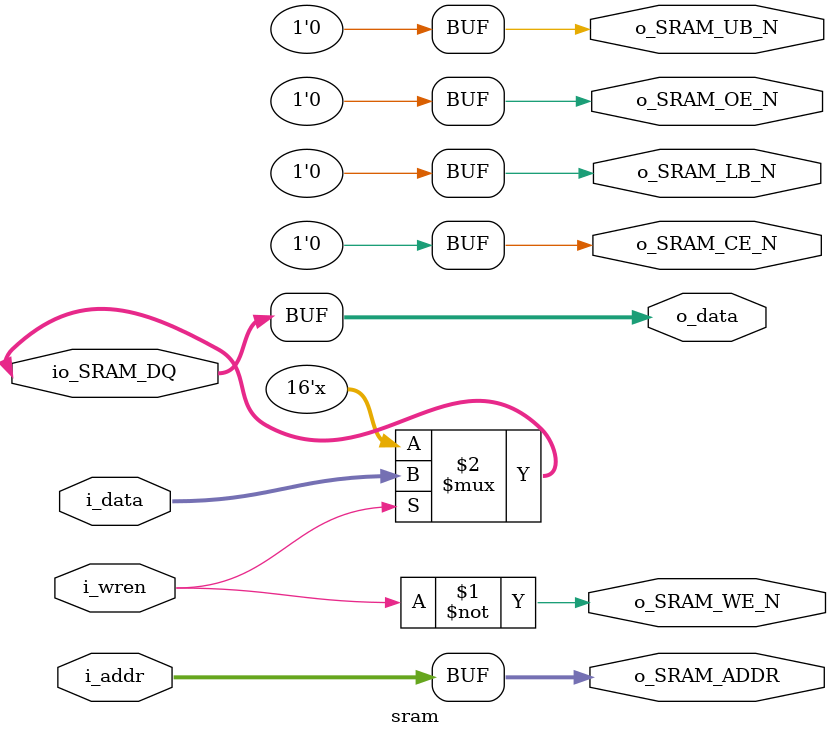
<source format=sv>
module sram 
#(
    parameter ADDR_WIDTH = 20,
    parameter DATA_WIDTH = 16
)
(
    output [ADDR_WIDTH-1:0] o_SRAM_ADDR,
	inout  [DATA_WIDTH-1:0] io_SRAM_DQ,
	output        o_SRAM_WE_N,
	output        o_SRAM_CE_N,
	output        o_SRAM_OE_N,
	output        o_SRAM_LB_N,
	output        o_SRAM_UB_N,

    input i_wren,
    input [ADDR_WIDTH-1:0] i_addr,
    input [DATA_WIDTH-1:0] i_data,
    output [DATA_WIDTH-1:0] o_data
);

    // SRAM control signals
    assign o_SRAM_CE_N = 1'b0;
    assign o_SRAM_OE_N = 1'b0;
    assign o_SRAM_LB_N = 1'b0;
    assign o_SRAM_UB_N = 1'b0;
    assign o_SRAM_WE_N = ~i_wren;

    assign o_SRAM_ADDR = i_addr;
    assign io_SRAM_DQ = i_wren ? i_data : 16'dz;
    assign o_data = io_SRAM_DQ;

endmodule

</source>
